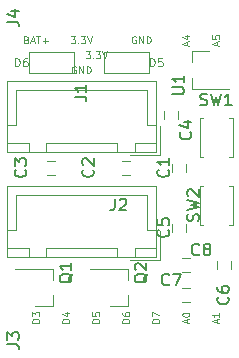
<source format=gto>
G04 #@! TF.FileFunction,Legend,Top*
%FSLAX46Y46*%
G04 Gerber Fmt 4.6, Leading zero omitted, Abs format (unit mm)*
G04 Created by KiCad (PCBNEW 4.0.7-e1-6374~58~ubuntu16.04.1) date Wed Aug  2 11:39:31 2017*
%MOMM*%
%LPD*%
G01*
G04 APERTURE LIST*
%ADD10C,0.100000*%
%ADD11C,0.120000*%
%ADD12C,0.150000*%
G04 APERTURE END LIST*
D10*
X148410714Y-107272143D02*
X148496428Y-107300714D01*
X148525000Y-107329286D01*
X148553571Y-107386429D01*
X148553571Y-107472143D01*
X148525000Y-107529286D01*
X148496428Y-107557857D01*
X148439286Y-107586429D01*
X148210714Y-107586429D01*
X148210714Y-106986429D01*
X148410714Y-106986429D01*
X148467857Y-107015000D01*
X148496428Y-107043571D01*
X148525000Y-107100714D01*
X148525000Y-107157857D01*
X148496428Y-107215000D01*
X148467857Y-107243571D01*
X148410714Y-107272143D01*
X148210714Y-107272143D01*
X148782143Y-107415000D02*
X149067857Y-107415000D01*
X148725000Y-107586429D02*
X148925000Y-106986429D01*
X149125000Y-107586429D01*
X149239286Y-106986429D02*
X149582143Y-106986429D01*
X149410714Y-107586429D02*
X149410714Y-106986429D01*
X149782143Y-107357857D02*
X150239286Y-107357857D01*
X150010715Y-107586429D02*
X150010715Y-107129286D01*
X152149285Y-106986429D02*
X152520714Y-106986429D01*
X152320714Y-107215000D01*
X152406428Y-107215000D01*
X152463571Y-107243571D01*
X152492142Y-107272143D01*
X152520714Y-107329286D01*
X152520714Y-107472143D01*
X152492142Y-107529286D01*
X152463571Y-107557857D01*
X152406428Y-107586429D01*
X152235000Y-107586429D01*
X152177857Y-107557857D01*
X152149285Y-107529286D01*
X152777857Y-107529286D02*
X152806429Y-107557857D01*
X152777857Y-107586429D01*
X152749286Y-107557857D01*
X152777857Y-107529286D01*
X152777857Y-107586429D01*
X153006428Y-106986429D02*
X153377857Y-106986429D01*
X153177857Y-107215000D01*
X153263571Y-107215000D01*
X153320714Y-107243571D01*
X153349285Y-107272143D01*
X153377857Y-107329286D01*
X153377857Y-107472143D01*
X153349285Y-107529286D01*
X153320714Y-107557857D01*
X153263571Y-107586429D01*
X153092143Y-107586429D01*
X153035000Y-107557857D01*
X153006428Y-107529286D01*
X153549286Y-106986429D02*
X153749286Y-107586429D01*
X153949286Y-106986429D01*
X157657858Y-107015000D02*
X157600715Y-106986429D01*
X157515001Y-106986429D01*
X157429286Y-107015000D01*
X157372144Y-107072143D01*
X157343572Y-107129286D01*
X157315001Y-107243571D01*
X157315001Y-107329286D01*
X157343572Y-107443571D01*
X157372144Y-107500714D01*
X157429286Y-107557857D01*
X157515001Y-107586429D01*
X157572144Y-107586429D01*
X157657858Y-107557857D01*
X157686429Y-107529286D01*
X157686429Y-107329286D01*
X157572144Y-107329286D01*
X157943572Y-107586429D02*
X157943572Y-106986429D01*
X158286429Y-107586429D01*
X158286429Y-106986429D01*
X158572143Y-107586429D02*
X158572143Y-106986429D01*
X158715000Y-106986429D01*
X158800715Y-107015000D01*
X158857857Y-107072143D01*
X158886429Y-107129286D01*
X158915000Y-107243571D01*
X158915000Y-107329286D01*
X158886429Y-107443571D01*
X158857857Y-107500714D01*
X158800715Y-107557857D01*
X158715000Y-107586429D01*
X158572143Y-107586429D01*
X162025000Y-107743571D02*
X162025000Y-107457857D01*
X162196429Y-107800714D02*
X161596429Y-107600714D01*
X162196429Y-107400714D01*
X161796429Y-106943571D02*
X162196429Y-106943571D01*
X161567857Y-107086428D02*
X161996429Y-107229285D01*
X161996429Y-106857857D01*
X164565000Y-107743571D02*
X164565000Y-107457857D01*
X164736429Y-107800714D02*
X164136429Y-107600714D01*
X164736429Y-107400714D01*
X164136429Y-106915000D02*
X164136429Y-107200714D01*
X164422143Y-107229285D01*
X164393571Y-107200714D01*
X164365000Y-107143571D01*
X164365000Y-107000714D01*
X164393571Y-106943571D01*
X164422143Y-106915000D01*
X164479286Y-106886428D01*
X164622143Y-106886428D01*
X164679286Y-106915000D01*
X164707857Y-106943571D01*
X164736429Y-107000714D01*
X164736429Y-107143571D01*
X164707857Y-107200714D01*
X164679286Y-107229285D01*
X164565000Y-131238571D02*
X164565000Y-130952857D01*
X164736429Y-131295714D02*
X164136429Y-131095714D01*
X164736429Y-130895714D01*
X164736429Y-130381428D02*
X164736429Y-130724285D01*
X164736429Y-130552857D02*
X164136429Y-130552857D01*
X164222143Y-130610000D01*
X164279286Y-130667142D01*
X164307857Y-130724285D01*
X162025000Y-131238571D02*
X162025000Y-130952857D01*
X162196429Y-131295714D02*
X161596429Y-131095714D01*
X162196429Y-130895714D01*
X161596429Y-130581428D02*
X161596429Y-130524285D01*
X161625000Y-130467142D01*
X161653571Y-130438571D01*
X161710714Y-130410000D01*
X161825000Y-130381428D01*
X161967857Y-130381428D01*
X162082143Y-130410000D01*
X162139286Y-130438571D01*
X162167857Y-130467142D01*
X162196429Y-130524285D01*
X162196429Y-130581428D01*
X162167857Y-130638571D01*
X162139286Y-130667142D01*
X162082143Y-130695714D01*
X161967857Y-130724285D01*
X161825000Y-130724285D01*
X161710714Y-130695714D01*
X161653571Y-130667142D01*
X161625000Y-130638571D01*
X161596429Y-130581428D01*
X159656429Y-131252857D02*
X159056429Y-131252857D01*
X159056429Y-131110000D01*
X159085000Y-131024285D01*
X159142143Y-130967143D01*
X159199286Y-130938571D01*
X159313571Y-130910000D01*
X159399286Y-130910000D01*
X159513571Y-130938571D01*
X159570714Y-130967143D01*
X159627857Y-131024285D01*
X159656429Y-131110000D01*
X159656429Y-131252857D01*
X159056429Y-130710000D02*
X159056429Y-130310000D01*
X159656429Y-130567143D01*
X157116429Y-131252857D02*
X156516429Y-131252857D01*
X156516429Y-131110000D01*
X156545000Y-131024285D01*
X156602143Y-130967143D01*
X156659286Y-130938571D01*
X156773571Y-130910000D01*
X156859286Y-130910000D01*
X156973571Y-130938571D01*
X157030714Y-130967143D01*
X157087857Y-131024285D01*
X157116429Y-131110000D01*
X157116429Y-131252857D01*
X156516429Y-130395714D02*
X156516429Y-130510000D01*
X156545000Y-130567143D01*
X156573571Y-130595714D01*
X156659286Y-130652857D01*
X156773571Y-130681428D01*
X157002143Y-130681428D01*
X157059286Y-130652857D01*
X157087857Y-130624285D01*
X157116429Y-130567143D01*
X157116429Y-130452857D01*
X157087857Y-130395714D01*
X157059286Y-130367143D01*
X157002143Y-130338571D01*
X156859286Y-130338571D01*
X156802143Y-130367143D01*
X156773571Y-130395714D01*
X156745000Y-130452857D01*
X156745000Y-130567143D01*
X156773571Y-130624285D01*
X156802143Y-130652857D01*
X156859286Y-130681428D01*
X154576429Y-131252857D02*
X153976429Y-131252857D01*
X153976429Y-131110000D01*
X154005000Y-131024285D01*
X154062143Y-130967143D01*
X154119286Y-130938571D01*
X154233571Y-130910000D01*
X154319286Y-130910000D01*
X154433571Y-130938571D01*
X154490714Y-130967143D01*
X154547857Y-131024285D01*
X154576429Y-131110000D01*
X154576429Y-131252857D01*
X153976429Y-130367143D02*
X153976429Y-130652857D01*
X154262143Y-130681428D01*
X154233571Y-130652857D01*
X154205000Y-130595714D01*
X154205000Y-130452857D01*
X154233571Y-130395714D01*
X154262143Y-130367143D01*
X154319286Y-130338571D01*
X154462143Y-130338571D01*
X154519286Y-130367143D01*
X154547857Y-130395714D01*
X154576429Y-130452857D01*
X154576429Y-130595714D01*
X154547857Y-130652857D01*
X154519286Y-130681428D01*
X152036429Y-131252857D02*
X151436429Y-131252857D01*
X151436429Y-131110000D01*
X151465000Y-131024285D01*
X151522143Y-130967143D01*
X151579286Y-130938571D01*
X151693571Y-130910000D01*
X151779286Y-130910000D01*
X151893571Y-130938571D01*
X151950714Y-130967143D01*
X152007857Y-131024285D01*
X152036429Y-131110000D01*
X152036429Y-131252857D01*
X151636429Y-130395714D02*
X152036429Y-130395714D01*
X151407857Y-130538571D02*
X151836429Y-130681428D01*
X151836429Y-130310000D01*
X149496429Y-131252857D02*
X148896429Y-131252857D01*
X148896429Y-131110000D01*
X148925000Y-131024285D01*
X148982143Y-130967143D01*
X149039286Y-130938571D01*
X149153571Y-130910000D01*
X149239286Y-130910000D01*
X149353571Y-130938571D01*
X149410714Y-130967143D01*
X149467857Y-131024285D01*
X149496429Y-131110000D01*
X149496429Y-131252857D01*
X148896429Y-130710000D02*
X148896429Y-130338571D01*
X149125000Y-130538571D01*
X149125000Y-130452857D01*
X149153571Y-130395714D01*
X149182143Y-130367143D01*
X149239286Y-130338571D01*
X149382143Y-130338571D01*
X149439286Y-130367143D01*
X149467857Y-130395714D01*
X149496429Y-130452857D01*
X149496429Y-130624285D01*
X149467857Y-130681428D01*
X149439286Y-130710000D01*
X153419285Y-108256429D02*
X153790714Y-108256429D01*
X153590714Y-108485000D01*
X153676428Y-108485000D01*
X153733571Y-108513571D01*
X153762142Y-108542143D01*
X153790714Y-108599286D01*
X153790714Y-108742143D01*
X153762142Y-108799286D01*
X153733571Y-108827857D01*
X153676428Y-108856429D01*
X153505000Y-108856429D01*
X153447857Y-108827857D01*
X153419285Y-108799286D01*
X154047857Y-108799286D02*
X154076429Y-108827857D01*
X154047857Y-108856429D01*
X154019286Y-108827857D01*
X154047857Y-108799286D01*
X154047857Y-108856429D01*
X154276428Y-108256429D02*
X154647857Y-108256429D01*
X154447857Y-108485000D01*
X154533571Y-108485000D01*
X154590714Y-108513571D01*
X154619285Y-108542143D01*
X154647857Y-108599286D01*
X154647857Y-108742143D01*
X154619285Y-108799286D01*
X154590714Y-108827857D01*
X154533571Y-108856429D01*
X154362143Y-108856429D01*
X154305000Y-108827857D01*
X154276428Y-108799286D01*
X154819286Y-108256429D02*
X155019286Y-108856429D01*
X155219286Y-108256429D01*
X152577858Y-109555000D02*
X152520715Y-109526429D01*
X152435001Y-109526429D01*
X152349286Y-109555000D01*
X152292144Y-109612143D01*
X152263572Y-109669286D01*
X152235001Y-109783571D01*
X152235001Y-109869286D01*
X152263572Y-109983571D01*
X152292144Y-110040714D01*
X152349286Y-110097857D01*
X152435001Y-110126429D01*
X152492144Y-110126429D01*
X152577858Y-110097857D01*
X152606429Y-110069286D01*
X152606429Y-109869286D01*
X152492144Y-109869286D01*
X152863572Y-110126429D02*
X152863572Y-109526429D01*
X153206429Y-110126429D01*
X153206429Y-109526429D01*
X153492143Y-110126429D02*
X153492143Y-109526429D01*
X153635000Y-109526429D01*
X153720715Y-109555000D01*
X153777857Y-109612143D01*
X153806429Y-109669286D01*
X153835000Y-109783571D01*
X153835000Y-109869286D01*
X153806429Y-109983571D01*
X153777857Y-110040714D01*
X153720715Y-110097857D01*
X153635000Y-110126429D01*
X153492143Y-110126429D01*
X147438334Y-109536667D02*
X147438334Y-108836667D01*
X147605000Y-108836667D01*
X147705000Y-108870000D01*
X147771667Y-108936667D01*
X147805000Y-109003333D01*
X147838334Y-109136667D01*
X147838334Y-109236667D01*
X147805000Y-109370000D01*
X147771667Y-109436667D01*
X147705000Y-109503333D01*
X147605000Y-109536667D01*
X147438334Y-109536667D01*
X148438334Y-108836667D02*
X148305000Y-108836667D01*
X148238334Y-108870000D01*
X148205000Y-108903333D01*
X148138334Y-109003333D01*
X148105000Y-109136667D01*
X148105000Y-109403333D01*
X148138334Y-109470000D01*
X148171667Y-109503333D01*
X148238334Y-109536667D01*
X148371667Y-109536667D01*
X148438334Y-109503333D01*
X148471667Y-109470000D01*
X148505000Y-109403333D01*
X148505000Y-109236667D01*
X148471667Y-109170000D01*
X148438334Y-109136667D01*
X148371667Y-109103333D01*
X148238334Y-109103333D01*
X148171667Y-109136667D01*
X148138334Y-109170000D01*
X148105000Y-109236667D01*
X158868334Y-109536667D02*
X158868334Y-108836667D01*
X159035000Y-108836667D01*
X159135000Y-108870000D01*
X159201667Y-108936667D01*
X159235000Y-109003333D01*
X159268334Y-109136667D01*
X159268334Y-109236667D01*
X159235000Y-109370000D01*
X159201667Y-109436667D01*
X159135000Y-109503333D01*
X159035000Y-109536667D01*
X158868334Y-109536667D01*
X159901667Y-108836667D02*
X159568334Y-108836667D01*
X159535000Y-109170000D01*
X159568334Y-109136667D01*
X159635000Y-109103333D01*
X159801667Y-109103333D01*
X159868334Y-109136667D01*
X159901667Y-109170000D01*
X159935000Y-109236667D01*
X159935000Y-109403333D01*
X159901667Y-109470000D01*
X159868334Y-109503333D01*
X159801667Y-109536667D01*
X159635000Y-109536667D01*
X159568334Y-109503333D01*
X159535000Y-109470000D01*
D11*
X160690000Y-118460000D02*
X160690000Y-117760000D01*
X161890000Y-117760000D02*
X161890000Y-118460000D01*
X156495000Y-117510000D02*
X157195000Y-117510000D01*
X157195000Y-118710000D02*
X156495000Y-118710000D01*
X150145000Y-117510000D02*
X150845000Y-117510000D01*
X150845000Y-118710000D02*
X150145000Y-118710000D01*
X161255000Y-113315000D02*
X161255000Y-114015000D01*
X160055000Y-114015000D02*
X160055000Y-113315000D01*
X160690000Y-123540000D02*
X160690000Y-122840000D01*
X161890000Y-122840000D02*
X161890000Y-123540000D01*
X164500000Y-126715000D02*
X164500000Y-126015000D01*
X165700000Y-126015000D02*
X165700000Y-126715000D01*
X162275000Y-126965000D02*
X161575000Y-126965000D01*
X161575000Y-125765000D02*
X162275000Y-125765000D01*
X161575000Y-128305000D02*
X162275000Y-128305000D01*
X162275000Y-129505000D02*
X161575000Y-129505000D01*
X159395000Y-116750000D02*
X159395000Y-110800000D01*
X159395000Y-110800000D02*
X146795000Y-110800000D01*
X146795000Y-110800000D02*
X146795000Y-116750000D01*
X146795000Y-116750000D02*
X159395000Y-116750000D01*
X156095000Y-116750000D02*
X156095000Y-116000000D01*
X156095000Y-116000000D02*
X150095000Y-116000000D01*
X150095000Y-116000000D02*
X150095000Y-116750000D01*
X150095000Y-116750000D02*
X156095000Y-116750000D01*
X159395000Y-116750000D02*
X159395000Y-116000000D01*
X159395000Y-116000000D02*
X157595000Y-116000000D01*
X157595000Y-116000000D02*
X157595000Y-116750000D01*
X157595000Y-116750000D02*
X159395000Y-116750000D01*
X148595000Y-116750000D02*
X148595000Y-116000000D01*
X148595000Y-116000000D02*
X146795000Y-116000000D01*
X146795000Y-116000000D02*
X146795000Y-116750000D01*
X146795000Y-116750000D02*
X148595000Y-116750000D01*
X159395000Y-114500000D02*
X158645000Y-114500000D01*
X158645000Y-114500000D02*
X158645000Y-111550000D01*
X158645000Y-111550000D02*
X153095000Y-111550000D01*
X146795000Y-114500000D02*
X147545000Y-114500000D01*
X147545000Y-114500000D02*
X147545000Y-111550000D01*
X147545000Y-111550000D02*
X153095000Y-111550000D01*
X157195000Y-117050000D02*
X159695000Y-117050000D01*
X159695000Y-117050000D02*
X159695000Y-114550000D01*
X159395000Y-125640000D02*
X159395000Y-119690000D01*
X159395000Y-119690000D02*
X146795000Y-119690000D01*
X146795000Y-119690000D02*
X146795000Y-125640000D01*
X146795000Y-125640000D02*
X159395000Y-125640000D01*
X156095000Y-125640000D02*
X156095000Y-124890000D01*
X156095000Y-124890000D02*
X150095000Y-124890000D01*
X150095000Y-124890000D02*
X150095000Y-125640000D01*
X150095000Y-125640000D02*
X156095000Y-125640000D01*
X159395000Y-125640000D02*
X159395000Y-124890000D01*
X159395000Y-124890000D02*
X157595000Y-124890000D01*
X157595000Y-124890000D02*
X157595000Y-125640000D01*
X157595000Y-125640000D02*
X159395000Y-125640000D01*
X148595000Y-125640000D02*
X148595000Y-124890000D01*
X148595000Y-124890000D02*
X146795000Y-124890000D01*
X146795000Y-124890000D02*
X146795000Y-125640000D01*
X146795000Y-125640000D02*
X148595000Y-125640000D01*
X159395000Y-123390000D02*
X158645000Y-123390000D01*
X158645000Y-123390000D02*
X158645000Y-120440000D01*
X158645000Y-120440000D02*
X153095000Y-120440000D01*
X146795000Y-123390000D02*
X147545000Y-123390000D01*
X147545000Y-123390000D02*
X147545000Y-120440000D01*
X147545000Y-120440000D02*
X153095000Y-120440000D01*
X157195000Y-125940000D02*
X159695000Y-125940000D01*
X159695000Y-125940000D02*
X159695000Y-123440000D01*
X158755000Y-108330000D02*
X154935000Y-108330000D01*
X154935000Y-108330000D02*
X154935000Y-110110000D01*
X154935000Y-110110000D02*
X158755000Y-110110000D01*
X158755000Y-108330000D02*
X158755000Y-110110000D01*
X148585000Y-110110000D02*
X152405000Y-110110000D01*
X152405000Y-110110000D02*
X152405000Y-108330000D01*
X152405000Y-108330000D02*
X148585000Y-108330000D01*
X148585000Y-110110000D02*
X148585000Y-108330000D01*
X150620000Y-129850000D02*
X150620000Y-128920000D01*
X150620000Y-126690000D02*
X150620000Y-127620000D01*
X150620000Y-126690000D02*
X147460000Y-126690000D01*
X150620000Y-129850000D02*
X149160000Y-129850000D01*
X156970000Y-129850000D02*
X156970000Y-128920000D01*
X156970000Y-126690000D02*
X156970000Y-127620000D01*
X156970000Y-126690000D02*
X153810000Y-126690000D01*
X156970000Y-129850000D02*
X155510000Y-129850000D01*
X162435000Y-108275000D02*
X162435000Y-109205000D01*
X162435000Y-111435000D02*
X162435000Y-110505000D01*
X162435000Y-111435000D02*
X165595000Y-111435000D01*
X162435000Y-108275000D02*
X163895000Y-108275000D01*
X163365000Y-113920000D02*
X163065000Y-113920000D01*
X163065000Y-113920000D02*
X163065000Y-117220000D01*
X163065000Y-117220000D02*
X163365000Y-117220000D01*
X165565000Y-113920000D02*
X165865000Y-113920000D01*
X165865000Y-113920000D02*
X165865000Y-117220000D01*
X165865000Y-117220000D02*
X165565000Y-117220000D01*
X165565000Y-122935000D02*
X165865000Y-122935000D01*
X165865000Y-122935000D02*
X165865000Y-119635000D01*
X165865000Y-119635000D02*
X165565000Y-119635000D01*
X163365000Y-122935000D02*
X163065000Y-122935000D01*
X163065000Y-122935000D02*
X163065000Y-119635000D01*
X163065000Y-119635000D02*
X163365000Y-119635000D01*
D12*
X160397143Y-118276666D02*
X160444762Y-118324285D01*
X160492381Y-118467142D01*
X160492381Y-118562380D01*
X160444762Y-118705238D01*
X160349524Y-118800476D01*
X160254286Y-118848095D01*
X160063810Y-118895714D01*
X159920952Y-118895714D01*
X159730476Y-118848095D01*
X159635238Y-118800476D01*
X159540000Y-118705238D01*
X159492381Y-118562380D01*
X159492381Y-118467142D01*
X159540000Y-118324285D01*
X159587619Y-118276666D01*
X160492381Y-117324285D02*
X160492381Y-117895714D01*
X160492381Y-117610000D02*
X159492381Y-117610000D01*
X159635238Y-117705238D01*
X159730476Y-117800476D01*
X159778095Y-117895714D01*
X154027143Y-118276666D02*
X154074762Y-118324285D01*
X154122381Y-118467142D01*
X154122381Y-118562380D01*
X154074762Y-118705238D01*
X153979524Y-118800476D01*
X153884286Y-118848095D01*
X153693810Y-118895714D01*
X153550952Y-118895714D01*
X153360476Y-118848095D01*
X153265238Y-118800476D01*
X153170000Y-118705238D01*
X153122381Y-118562380D01*
X153122381Y-118467142D01*
X153170000Y-118324285D01*
X153217619Y-118276666D01*
X153217619Y-117895714D02*
X153170000Y-117848095D01*
X153122381Y-117752857D01*
X153122381Y-117514761D01*
X153170000Y-117419523D01*
X153217619Y-117371904D01*
X153312857Y-117324285D01*
X153408095Y-117324285D01*
X153550952Y-117371904D01*
X154122381Y-117943333D01*
X154122381Y-117324285D01*
X148312143Y-118276666D02*
X148359762Y-118324285D01*
X148407381Y-118467142D01*
X148407381Y-118562380D01*
X148359762Y-118705238D01*
X148264524Y-118800476D01*
X148169286Y-118848095D01*
X147978810Y-118895714D01*
X147835952Y-118895714D01*
X147645476Y-118848095D01*
X147550238Y-118800476D01*
X147455000Y-118705238D01*
X147407381Y-118562380D01*
X147407381Y-118467142D01*
X147455000Y-118324285D01*
X147502619Y-118276666D01*
X147407381Y-117943333D02*
X147407381Y-117324285D01*
X147788333Y-117657619D01*
X147788333Y-117514761D01*
X147835952Y-117419523D01*
X147883571Y-117371904D01*
X147978810Y-117324285D01*
X148216905Y-117324285D01*
X148312143Y-117371904D01*
X148359762Y-117419523D01*
X148407381Y-117514761D01*
X148407381Y-117800476D01*
X148359762Y-117895714D01*
X148312143Y-117943333D01*
X162282143Y-115101666D02*
X162329762Y-115149285D01*
X162377381Y-115292142D01*
X162377381Y-115387380D01*
X162329762Y-115530238D01*
X162234524Y-115625476D01*
X162139286Y-115673095D01*
X161948810Y-115720714D01*
X161805952Y-115720714D01*
X161615476Y-115673095D01*
X161520238Y-115625476D01*
X161425000Y-115530238D01*
X161377381Y-115387380D01*
X161377381Y-115292142D01*
X161425000Y-115149285D01*
X161472619Y-115101666D01*
X161710714Y-114244523D02*
X162377381Y-114244523D01*
X161329762Y-114482619D02*
X162044048Y-114720714D01*
X162044048Y-114101666D01*
X160397143Y-123356666D02*
X160444762Y-123404285D01*
X160492381Y-123547142D01*
X160492381Y-123642380D01*
X160444762Y-123785238D01*
X160349524Y-123880476D01*
X160254286Y-123928095D01*
X160063810Y-123975714D01*
X159920952Y-123975714D01*
X159730476Y-123928095D01*
X159635238Y-123880476D01*
X159540000Y-123785238D01*
X159492381Y-123642380D01*
X159492381Y-123547142D01*
X159540000Y-123404285D01*
X159587619Y-123356666D01*
X159492381Y-122451904D02*
X159492381Y-122928095D01*
X159968571Y-122975714D01*
X159920952Y-122928095D01*
X159873333Y-122832857D01*
X159873333Y-122594761D01*
X159920952Y-122499523D01*
X159968571Y-122451904D01*
X160063810Y-122404285D01*
X160301905Y-122404285D01*
X160397143Y-122451904D01*
X160444762Y-122499523D01*
X160492381Y-122594761D01*
X160492381Y-122832857D01*
X160444762Y-122928095D01*
X160397143Y-122975714D01*
X165457143Y-129071666D02*
X165504762Y-129119285D01*
X165552381Y-129262142D01*
X165552381Y-129357380D01*
X165504762Y-129500238D01*
X165409524Y-129595476D01*
X165314286Y-129643095D01*
X165123810Y-129690714D01*
X164980952Y-129690714D01*
X164790476Y-129643095D01*
X164695238Y-129595476D01*
X164600000Y-129500238D01*
X164552381Y-129357380D01*
X164552381Y-129262142D01*
X164600000Y-129119285D01*
X164647619Y-129071666D01*
X164552381Y-128214523D02*
X164552381Y-128405000D01*
X164600000Y-128500238D01*
X164647619Y-128547857D01*
X164790476Y-128643095D01*
X164980952Y-128690714D01*
X165361905Y-128690714D01*
X165457143Y-128643095D01*
X165504762Y-128595476D01*
X165552381Y-128500238D01*
X165552381Y-128309761D01*
X165504762Y-128214523D01*
X165457143Y-128166904D01*
X165361905Y-128119285D01*
X165123810Y-128119285D01*
X165028571Y-128166904D01*
X164980952Y-128214523D01*
X164933333Y-128309761D01*
X164933333Y-128500238D01*
X164980952Y-128595476D01*
X165028571Y-128643095D01*
X165123810Y-128690714D01*
X160488334Y-127992143D02*
X160440715Y-128039762D01*
X160297858Y-128087381D01*
X160202620Y-128087381D01*
X160059762Y-128039762D01*
X159964524Y-127944524D01*
X159916905Y-127849286D01*
X159869286Y-127658810D01*
X159869286Y-127515952D01*
X159916905Y-127325476D01*
X159964524Y-127230238D01*
X160059762Y-127135000D01*
X160202620Y-127087381D01*
X160297858Y-127087381D01*
X160440715Y-127135000D01*
X160488334Y-127182619D01*
X160821667Y-127087381D02*
X161488334Y-127087381D01*
X161059762Y-128087381D01*
X163028334Y-125452143D02*
X162980715Y-125499762D01*
X162837858Y-125547381D01*
X162742620Y-125547381D01*
X162599762Y-125499762D01*
X162504524Y-125404524D01*
X162456905Y-125309286D01*
X162409286Y-125118810D01*
X162409286Y-124975952D01*
X162456905Y-124785476D01*
X162504524Y-124690238D01*
X162599762Y-124595000D01*
X162742620Y-124547381D01*
X162837858Y-124547381D01*
X162980715Y-124595000D01*
X163028334Y-124642619D01*
X163599762Y-124975952D02*
X163504524Y-124928333D01*
X163456905Y-124880714D01*
X163409286Y-124785476D01*
X163409286Y-124737857D01*
X163456905Y-124642619D01*
X163504524Y-124595000D01*
X163599762Y-124547381D01*
X163790239Y-124547381D01*
X163885477Y-124595000D01*
X163933096Y-124642619D01*
X163980715Y-124737857D01*
X163980715Y-124785476D01*
X163933096Y-124880714D01*
X163885477Y-124928333D01*
X163790239Y-124975952D01*
X163599762Y-124975952D01*
X163504524Y-125023571D01*
X163456905Y-125071190D01*
X163409286Y-125166429D01*
X163409286Y-125356905D01*
X163456905Y-125452143D01*
X163504524Y-125499762D01*
X163599762Y-125547381D01*
X163790239Y-125547381D01*
X163885477Y-125499762D01*
X163933096Y-125452143D01*
X163980715Y-125356905D01*
X163980715Y-125166429D01*
X163933096Y-125071190D01*
X163885477Y-125023571D01*
X163790239Y-124975952D01*
X152487381Y-112093333D02*
X153201667Y-112093333D01*
X153344524Y-112140953D01*
X153439762Y-112236191D01*
X153487381Y-112379048D01*
X153487381Y-112474286D01*
X153487381Y-111093333D02*
X153487381Y-111664762D01*
X153487381Y-111379048D02*
X152487381Y-111379048D01*
X152630238Y-111474286D01*
X152725476Y-111569524D01*
X152773095Y-111664762D01*
X155876667Y-120737381D02*
X155876667Y-121451667D01*
X155829047Y-121594524D01*
X155733809Y-121689762D01*
X155590952Y-121737381D01*
X155495714Y-121737381D01*
X156305238Y-120832619D02*
X156352857Y-120785000D01*
X156448095Y-120737381D01*
X156686191Y-120737381D01*
X156781429Y-120785000D01*
X156829048Y-120832619D01*
X156876667Y-120927857D01*
X156876667Y-121023095D01*
X156829048Y-121165952D01*
X156257619Y-121737381D01*
X156876667Y-121737381D01*
X146772381Y-133048333D02*
X147486667Y-133048333D01*
X147629524Y-133095953D01*
X147724762Y-133191191D01*
X147772381Y-133334048D01*
X147772381Y-133429286D01*
X146772381Y-132667381D02*
X146772381Y-132048333D01*
X147153333Y-132381667D01*
X147153333Y-132238809D01*
X147200952Y-132143571D01*
X147248571Y-132095952D01*
X147343810Y-132048333D01*
X147581905Y-132048333D01*
X147677143Y-132095952D01*
X147724762Y-132143571D01*
X147772381Y-132238809D01*
X147772381Y-132524524D01*
X147724762Y-132619762D01*
X147677143Y-132667381D01*
X146772381Y-105743333D02*
X147486667Y-105743333D01*
X147629524Y-105790953D01*
X147724762Y-105886191D01*
X147772381Y-106029048D01*
X147772381Y-106124286D01*
X147105714Y-104838571D02*
X147772381Y-104838571D01*
X146724762Y-105076667D02*
X147439048Y-105314762D01*
X147439048Y-104695714D01*
X152312619Y-127095238D02*
X152265000Y-127190476D01*
X152169762Y-127285714D01*
X152026905Y-127428571D01*
X151979286Y-127523810D01*
X151979286Y-127619048D01*
X152217381Y-127571429D02*
X152169762Y-127666667D01*
X152074524Y-127761905D01*
X151884048Y-127809524D01*
X151550714Y-127809524D01*
X151360238Y-127761905D01*
X151265000Y-127666667D01*
X151217381Y-127571429D01*
X151217381Y-127380952D01*
X151265000Y-127285714D01*
X151360238Y-127190476D01*
X151550714Y-127142857D01*
X151884048Y-127142857D01*
X152074524Y-127190476D01*
X152169762Y-127285714D01*
X152217381Y-127380952D01*
X152217381Y-127571429D01*
X152217381Y-126190476D02*
X152217381Y-126761905D01*
X152217381Y-126476191D02*
X151217381Y-126476191D01*
X151360238Y-126571429D01*
X151455476Y-126666667D01*
X151503095Y-126761905D01*
X158662619Y-127095238D02*
X158615000Y-127190476D01*
X158519762Y-127285714D01*
X158376905Y-127428571D01*
X158329286Y-127523810D01*
X158329286Y-127619048D01*
X158567381Y-127571429D02*
X158519762Y-127666667D01*
X158424524Y-127761905D01*
X158234048Y-127809524D01*
X157900714Y-127809524D01*
X157710238Y-127761905D01*
X157615000Y-127666667D01*
X157567381Y-127571429D01*
X157567381Y-127380952D01*
X157615000Y-127285714D01*
X157710238Y-127190476D01*
X157900714Y-127142857D01*
X158234048Y-127142857D01*
X158424524Y-127190476D01*
X158519762Y-127285714D01*
X158567381Y-127380952D01*
X158567381Y-127571429D01*
X157662619Y-126761905D02*
X157615000Y-126714286D01*
X157567381Y-126619048D01*
X157567381Y-126380952D01*
X157615000Y-126285714D01*
X157662619Y-126238095D01*
X157757857Y-126190476D01*
X157853095Y-126190476D01*
X157995952Y-126238095D01*
X158567381Y-126809524D01*
X158567381Y-126190476D01*
X160742381Y-111886905D02*
X161551905Y-111886905D01*
X161647143Y-111839286D01*
X161694762Y-111791667D01*
X161742381Y-111696429D01*
X161742381Y-111505952D01*
X161694762Y-111410714D01*
X161647143Y-111363095D01*
X161551905Y-111315476D01*
X160742381Y-111315476D01*
X161742381Y-110315476D02*
X161742381Y-110886905D01*
X161742381Y-110601191D02*
X160742381Y-110601191D01*
X160885238Y-110696429D01*
X160980476Y-110791667D01*
X161028095Y-110886905D01*
X163131667Y-112799762D02*
X163274524Y-112847381D01*
X163512620Y-112847381D01*
X163607858Y-112799762D01*
X163655477Y-112752143D01*
X163703096Y-112656905D01*
X163703096Y-112561667D01*
X163655477Y-112466429D01*
X163607858Y-112418810D01*
X163512620Y-112371190D01*
X163322143Y-112323571D01*
X163226905Y-112275952D01*
X163179286Y-112228333D01*
X163131667Y-112133095D01*
X163131667Y-112037857D01*
X163179286Y-111942619D01*
X163226905Y-111895000D01*
X163322143Y-111847381D01*
X163560239Y-111847381D01*
X163703096Y-111895000D01*
X164036429Y-111847381D02*
X164274524Y-112847381D01*
X164465001Y-112133095D01*
X164655477Y-112847381D01*
X164893572Y-111847381D01*
X165798334Y-112847381D02*
X165226905Y-112847381D01*
X165512619Y-112847381D02*
X165512619Y-111847381D01*
X165417381Y-111990238D01*
X165322143Y-112085476D01*
X165226905Y-112133095D01*
X162964762Y-122618333D02*
X163012381Y-122475476D01*
X163012381Y-122237380D01*
X162964762Y-122142142D01*
X162917143Y-122094523D01*
X162821905Y-122046904D01*
X162726667Y-122046904D01*
X162631429Y-122094523D01*
X162583810Y-122142142D01*
X162536190Y-122237380D01*
X162488571Y-122427857D01*
X162440952Y-122523095D01*
X162393333Y-122570714D01*
X162298095Y-122618333D01*
X162202857Y-122618333D01*
X162107619Y-122570714D01*
X162060000Y-122523095D01*
X162012381Y-122427857D01*
X162012381Y-122189761D01*
X162060000Y-122046904D01*
X162012381Y-121713571D02*
X163012381Y-121475476D01*
X162298095Y-121284999D01*
X163012381Y-121094523D01*
X162012381Y-120856428D01*
X162107619Y-120523095D02*
X162060000Y-120475476D01*
X162012381Y-120380238D01*
X162012381Y-120142142D01*
X162060000Y-120046904D01*
X162107619Y-119999285D01*
X162202857Y-119951666D01*
X162298095Y-119951666D01*
X162440952Y-119999285D01*
X163012381Y-120570714D01*
X163012381Y-119951666D01*
M02*

</source>
